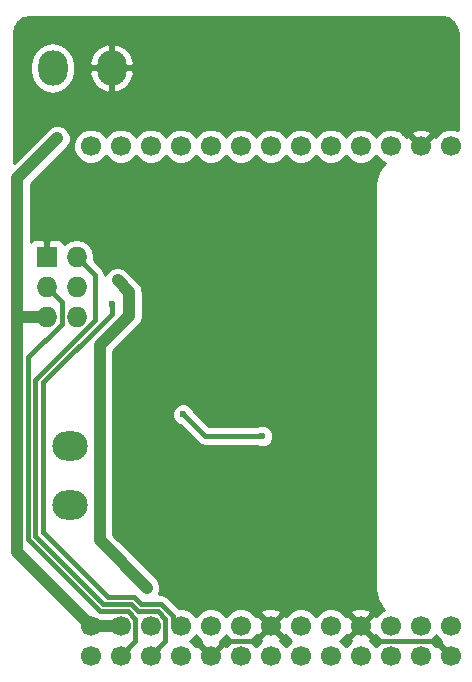
<source format=gbr>
G04 #@! TF.FileFunction,Copper,L2,Bot,Signal*
%FSLAX46Y46*%
G04 Gerber Fmt 4.6, Leading zero omitted, Abs format (unit mm)*
G04 Created by KiCad (PCBNEW 4.0.7-e2-6376~58~ubuntu16.04.1) date Fri Feb  1 18:55:09 2019*
%MOMM*%
%LPD*%
G01*
G04 APERTURE LIST*
%ADD10C,0.100000*%
%ADD11O,3.000000X2.500000*%
%ADD12O,2.500000X3.000000*%
%ADD13R,1.727200X1.727200*%
%ADD14O,1.727200X1.727200*%
%ADD15C,1.700000*%
%ADD16C,1.000000*%
%ADD17C,3.000000*%
%ADD18C,0.600000*%
%ADD19C,0.400000*%
%ADD20C,1.000000*%
%ADD21C,0.254000*%
G04 APERTURE END LIST*
D10*
D11*
X97000000Y-77000000D03*
X97000000Y-82000000D03*
D12*
X100500000Y-45000000D03*
X95500000Y-45000000D03*
D13*
X95000000Y-61000000D03*
D14*
X97540000Y-61000000D03*
X95000000Y-63540000D03*
X97540000Y-63540000D03*
X95000000Y-66080000D03*
X97540000Y-66080000D03*
D15*
X98722892Y-94771414D03*
X98722892Y-92231414D03*
X101262892Y-94771414D03*
X101262892Y-92231414D03*
X103802892Y-94771414D03*
X103802892Y-92231414D03*
X106342892Y-94771414D03*
X106342892Y-92231414D03*
X108882892Y-94771414D03*
X108882892Y-92231414D03*
X111422892Y-94771414D03*
X111422892Y-92231414D03*
X113962892Y-94771414D03*
X113962892Y-92231414D03*
X116502892Y-94771414D03*
X116502892Y-92231414D03*
X119042892Y-94771414D03*
X119042892Y-92231414D03*
X121582892Y-94771414D03*
X121582892Y-92231414D03*
X124122892Y-94771414D03*
X124122892Y-92231414D03*
X126662892Y-94771414D03*
X126662892Y-92231414D03*
X129202892Y-94771414D03*
X129202892Y-92231414D03*
X98748528Y-51634658D03*
X101288528Y-51634658D03*
X103828528Y-51634658D03*
X106368528Y-51634658D03*
X108908528Y-51634658D03*
X111448528Y-51634658D03*
X113988528Y-51634658D03*
X116528528Y-51634658D03*
X119068528Y-51634658D03*
X121608528Y-51634658D03*
X124148528Y-51634658D03*
X126688528Y-51634658D03*
X129228528Y-51634658D03*
D16*
X125048397Y-42123017D03*
D17*
X112000000Y-73000000D03*
D16*
X106000000Y-85000000D03*
X119500000Y-86400000D03*
X108000000Y-81500000D03*
X106000000Y-61000000D03*
X108000000Y-64500000D03*
X101500000Y-76000000D03*
X101500000Y-70000000D03*
X121500000Y-70000000D03*
X121500000Y-73000000D03*
X119500000Y-59000000D03*
X107300000Y-42700000D03*
X95884000Y-50968000D03*
X101000000Y-63000000D03*
X103500000Y-89000000D03*
D18*
X113260419Y-76188207D03*
X106552000Y-74336000D03*
X100500000Y-65000000D03*
D19*
X108882892Y-94771414D02*
X110132893Y-93521413D01*
X110132893Y-93521413D02*
X112672893Y-93521413D01*
X112672893Y-93521413D02*
X113112893Y-93081413D01*
X113112893Y-93081413D02*
X113962892Y-92231414D01*
X129202892Y-94771414D02*
X127952891Y-93521413D01*
X127952891Y-93521413D02*
X122872891Y-93521413D01*
X122872891Y-93521413D02*
X122432891Y-93081413D01*
X122432891Y-93081413D02*
X121582892Y-92231414D01*
D20*
X95884000Y-50968000D02*
X92500000Y-54352000D01*
X92500000Y-54352000D02*
X92500000Y-56681105D01*
X98722892Y-92231414D02*
X101262892Y-92231414D01*
X92500000Y-56681105D02*
X92500000Y-66000000D01*
X92500000Y-66000000D02*
X92500000Y-86008522D01*
X95000000Y-66080000D02*
X92580000Y-66080000D01*
X92580000Y-66080000D02*
X92500000Y-66000000D01*
X92500000Y-86008522D02*
X98722892Y-92231414D01*
X99500000Y-68500000D02*
X102000000Y-66000000D01*
X102000000Y-64000000D02*
X101000000Y-63000000D01*
X99500000Y-69000000D02*
X99500000Y-68500000D01*
X103500000Y-89000000D02*
X99500000Y-85000000D01*
X102000000Y-66000000D02*
X102000000Y-64000000D01*
X99500000Y-85000000D02*
X99500000Y-69000000D01*
D19*
X112836155Y-76188207D02*
X113260419Y-76188207D01*
X108404207Y-76188207D02*
X112836155Y-76188207D01*
X106552000Y-74336000D02*
X108404207Y-76188207D01*
X96263601Y-64803601D02*
X95863599Y-64403599D01*
X96263601Y-66686529D02*
X96263601Y-64803601D01*
X93440629Y-69509501D02*
X96263601Y-66686529D01*
X93440629Y-84877941D02*
X93440629Y-69509501D01*
X99544101Y-90981413D02*
X93440629Y-84877941D01*
X95863599Y-64403599D02*
X95000000Y-63540000D01*
X101862893Y-90981413D02*
X99544101Y-90981413D01*
X102512893Y-91631413D02*
X101862893Y-90981413D01*
X102512893Y-93521413D02*
X102512893Y-91631413D01*
X101262892Y-94771414D02*
X102512893Y-93521413D01*
X94040640Y-71449490D02*
X99115757Y-66374373D01*
X98403599Y-61863599D02*
X97540000Y-61000000D01*
X102111425Y-90381403D02*
X99792633Y-90381403D01*
X104402893Y-90981413D02*
X102711435Y-90981413D01*
X102711435Y-90981413D02*
X102111425Y-90381403D01*
X105052893Y-91631413D02*
X104402893Y-90981413D01*
X99115757Y-66374373D02*
X99115757Y-62575757D01*
X99115757Y-62575757D02*
X98403599Y-61863599D01*
X99792633Y-90381403D02*
X94040640Y-84629410D01*
X94040640Y-84629410D02*
X94040640Y-71449490D01*
X105052893Y-93521413D02*
X105052893Y-91631413D01*
X103802892Y-94771414D02*
X105052893Y-93521413D01*
X100153742Y-89781392D02*
X94702609Y-84330259D01*
X94702609Y-71636064D02*
X100500000Y-65838673D01*
X102359957Y-89781392D02*
X100153742Y-89781392D01*
X104651425Y-90381402D02*
X102959966Y-90381402D01*
X94702609Y-84330259D02*
X94702609Y-71636064D01*
X105652904Y-91382881D02*
X104651425Y-90381402D01*
X100500000Y-65838673D02*
X100500000Y-65000000D01*
X105652904Y-92231414D02*
X105652904Y-91382881D01*
X106342892Y-92231414D02*
X105652904Y-92231414D01*
X102959966Y-90381402D02*
X102359957Y-89781392D01*
D21*
G36*
X110163236Y-93071500D02*
X110580609Y-93489602D01*
X110608449Y-93501162D01*
X110582806Y-93511758D01*
X110164704Y-93929131D01*
X110144941Y-93976726D01*
X109926850Y-93907061D01*
X109062497Y-94771414D01*
X109076640Y-94785557D01*
X108897035Y-94965162D01*
X108882892Y-94951019D01*
X108868750Y-94965162D01*
X108689145Y-94785557D01*
X108703287Y-94771414D01*
X107838934Y-93907061D01*
X107621252Y-93976595D01*
X107602548Y-93931328D01*
X107185175Y-93513226D01*
X107157335Y-93501666D01*
X107182978Y-93491070D01*
X107601080Y-93073697D01*
X107612640Y-93045857D01*
X107623236Y-93071500D01*
X108040609Y-93489602D01*
X108088204Y-93509365D01*
X108018539Y-93727456D01*
X108882892Y-94591809D01*
X109747245Y-93727456D01*
X109677711Y-93509774D01*
X109722978Y-93491070D01*
X110141080Y-93073697D01*
X110152640Y-93045857D01*
X110163236Y-93071500D01*
X110163236Y-93071500D01*
G37*
X110163236Y-93071500D02*
X110580609Y-93489602D01*
X110608449Y-93501162D01*
X110582806Y-93511758D01*
X110164704Y-93929131D01*
X110144941Y-93976726D01*
X109926850Y-93907061D01*
X109062497Y-94771414D01*
X109076640Y-94785557D01*
X108897035Y-94965162D01*
X108882892Y-94951019D01*
X108868750Y-94965162D01*
X108689145Y-94785557D01*
X108703287Y-94771414D01*
X107838934Y-93907061D01*
X107621252Y-93976595D01*
X107602548Y-93931328D01*
X107185175Y-93513226D01*
X107157335Y-93501666D01*
X107182978Y-93491070D01*
X107601080Y-93073697D01*
X107612640Y-93045857D01*
X107623236Y-93071500D01*
X108040609Y-93489602D01*
X108088204Y-93509365D01*
X108018539Y-93727456D01*
X108882892Y-94591809D01*
X109747245Y-93727456D01*
X109677711Y-93509774D01*
X109722978Y-93491070D01*
X110141080Y-93073697D01*
X110152640Y-93045857D01*
X110163236Y-93071500D01*
G36*
X127943236Y-93071500D02*
X128360609Y-93489602D01*
X128408204Y-93509365D01*
X128338539Y-93727456D01*
X129202892Y-94591809D01*
X129217035Y-94577667D01*
X129396640Y-94757272D01*
X129382497Y-94771414D01*
X129396640Y-94785557D01*
X129217035Y-94965162D01*
X129202892Y-94951019D01*
X129188750Y-94965162D01*
X129009145Y-94785557D01*
X129023287Y-94771414D01*
X128158934Y-93907061D01*
X127941252Y-93976595D01*
X127922548Y-93931328D01*
X127505175Y-93513226D01*
X127477335Y-93501666D01*
X127502978Y-93491070D01*
X127921080Y-93073697D01*
X127932640Y-93045857D01*
X127943236Y-93071500D01*
X127943236Y-93071500D01*
G37*
X127943236Y-93071500D02*
X128360609Y-93489602D01*
X128408204Y-93509365D01*
X128338539Y-93727456D01*
X129202892Y-94591809D01*
X129217035Y-94577667D01*
X129396640Y-94757272D01*
X129382497Y-94771414D01*
X129396640Y-94785557D01*
X129217035Y-94965162D01*
X129202892Y-94951019D01*
X129188750Y-94965162D01*
X129009145Y-94785557D01*
X129023287Y-94771414D01*
X128158934Y-93907061D01*
X127941252Y-93976595D01*
X127922548Y-93931328D01*
X127505175Y-93513226D01*
X127477335Y-93501666D01*
X127502978Y-93491070D01*
X127921080Y-93073697D01*
X127932640Y-93045857D01*
X127943236Y-93071500D01*
G36*
X128988338Y-40821046D02*
X129402333Y-41097669D01*
X129678953Y-41511660D01*
X129790000Y-42069931D01*
X129790000Y-50259867D01*
X129525209Y-50149916D01*
X128934439Y-50149401D01*
X128388442Y-50375002D01*
X127970340Y-50792375D01*
X127950577Y-50839970D01*
X127732486Y-50770305D01*
X126868133Y-51634658D01*
X126882276Y-51648801D01*
X126702671Y-51828406D01*
X126688528Y-51814263D01*
X126674386Y-51828406D01*
X126494781Y-51648801D01*
X126508923Y-51634658D01*
X125644570Y-50770305D01*
X125426888Y-50839839D01*
X125408184Y-50794572D01*
X125204668Y-50590700D01*
X125824175Y-50590700D01*
X126688528Y-51455053D01*
X127552881Y-50590700D01*
X127472608Y-50339399D01*
X126917249Y-50137940D01*
X126327070Y-50164343D01*
X125904448Y-50339399D01*
X125824175Y-50590700D01*
X125204668Y-50590700D01*
X124990811Y-50376470D01*
X124445209Y-50149916D01*
X123854439Y-50149401D01*
X123308442Y-50375002D01*
X122890340Y-50792375D01*
X122878780Y-50820215D01*
X122868184Y-50794572D01*
X122450811Y-50376470D01*
X121905209Y-50149916D01*
X121314439Y-50149401D01*
X120768442Y-50375002D01*
X120350340Y-50792375D01*
X120338780Y-50820215D01*
X120328184Y-50794572D01*
X119910811Y-50376470D01*
X119365209Y-50149916D01*
X118774439Y-50149401D01*
X118228442Y-50375002D01*
X117810340Y-50792375D01*
X117798780Y-50820215D01*
X117788184Y-50794572D01*
X117370811Y-50376470D01*
X116825209Y-50149916D01*
X116234439Y-50149401D01*
X115688442Y-50375002D01*
X115270340Y-50792375D01*
X115258780Y-50820215D01*
X115248184Y-50794572D01*
X114830811Y-50376470D01*
X114285209Y-50149916D01*
X113694439Y-50149401D01*
X113148442Y-50375002D01*
X112730340Y-50792375D01*
X112718780Y-50820215D01*
X112708184Y-50794572D01*
X112290811Y-50376470D01*
X111745209Y-50149916D01*
X111154439Y-50149401D01*
X110608442Y-50375002D01*
X110190340Y-50792375D01*
X110178780Y-50820215D01*
X110168184Y-50794572D01*
X109750811Y-50376470D01*
X109205209Y-50149916D01*
X108614439Y-50149401D01*
X108068442Y-50375002D01*
X107650340Y-50792375D01*
X107638780Y-50820215D01*
X107628184Y-50794572D01*
X107210811Y-50376470D01*
X106665209Y-50149916D01*
X106074439Y-50149401D01*
X105528442Y-50375002D01*
X105110340Y-50792375D01*
X105098780Y-50820215D01*
X105088184Y-50794572D01*
X104670811Y-50376470D01*
X104125209Y-50149916D01*
X103534439Y-50149401D01*
X102988442Y-50375002D01*
X102570340Y-50792375D01*
X102558780Y-50820215D01*
X102548184Y-50794572D01*
X102130811Y-50376470D01*
X101585209Y-50149916D01*
X100994439Y-50149401D01*
X100448442Y-50375002D01*
X100030340Y-50792375D01*
X100018780Y-50820215D01*
X100008184Y-50794572D01*
X99590811Y-50376470D01*
X99045209Y-50149916D01*
X98454439Y-50149401D01*
X97908442Y-50375002D01*
X97490340Y-50792375D01*
X97263786Y-51337977D01*
X97263271Y-51928747D01*
X97488872Y-52474744D01*
X97906245Y-52892846D01*
X98451847Y-53119400D01*
X99042617Y-53119915D01*
X99588614Y-52894314D01*
X100006716Y-52476941D01*
X100018276Y-52449101D01*
X100028872Y-52474744D01*
X100446245Y-52892846D01*
X100991847Y-53119400D01*
X101582617Y-53119915D01*
X102128614Y-52894314D01*
X102546716Y-52476941D01*
X102558276Y-52449101D01*
X102568872Y-52474744D01*
X102986245Y-52892846D01*
X103531847Y-53119400D01*
X104122617Y-53119915D01*
X104668614Y-52894314D01*
X105086716Y-52476941D01*
X105098276Y-52449101D01*
X105108872Y-52474744D01*
X105526245Y-52892846D01*
X106071847Y-53119400D01*
X106662617Y-53119915D01*
X107208614Y-52894314D01*
X107626716Y-52476941D01*
X107638276Y-52449101D01*
X107648872Y-52474744D01*
X108066245Y-52892846D01*
X108611847Y-53119400D01*
X109202617Y-53119915D01*
X109748614Y-52894314D01*
X110166716Y-52476941D01*
X110178276Y-52449101D01*
X110188872Y-52474744D01*
X110606245Y-52892846D01*
X111151847Y-53119400D01*
X111742617Y-53119915D01*
X112288614Y-52894314D01*
X112706716Y-52476941D01*
X112718276Y-52449101D01*
X112728872Y-52474744D01*
X113146245Y-52892846D01*
X113691847Y-53119400D01*
X114282617Y-53119915D01*
X114828614Y-52894314D01*
X115246716Y-52476941D01*
X115258276Y-52449101D01*
X115268872Y-52474744D01*
X115686245Y-52892846D01*
X116231847Y-53119400D01*
X116822617Y-53119915D01*
X117368614Y-52894314D01*
X117786716Y-52476941D01*
X117798276Y-52449101D01*
X117808872Y-52474744D01*
X118226245Y-52892846D01*
X118771847Y-53119400D01*
X119362617Y-53119915D01*
X119908614Y-52894314D01*
X120326716Y-52476941D01*
X120338276Y-52449101D01*
X120348872Y-52474744D01*
X120766245Y-52892846D01*
X121311847Y-53119400D01*
X121902617Y-53119915D01*
X122448614Y-52894314D01*
X122866716Y-52476941D01*
X122878276Y-52449101D01*
X122888872Y-52474744D01*
X123306245Y-52892846D01*
X123650840Y-53035934D01*
X123495442Y-53191332D01*
X123061897Y-53840179D01*
X123029806Y-53917654D01*
X122955883Y-54096119D01*
X122803642Y-54861486D01*
X122803642Y-54931416D01*
X122790000Y-55000000D01*
X122790000Y-89000000D01*
X122803642Y-89068584D01*
X122803642Y-89138514D01*
X122955883Y-89903881D01*
X122979810Y-89961645D01*
X123061897Y-90159821D01*
X123495442Y-90808668D01*
X123548677Y-90861903D01*
X123282806Y-90971758D01*
X122864704Y-91389131D01*
X122844941Y-91436726D01*
X122626850Y-91367061D01*
X121762497Y-92231414D01*
X122626850Y-93095767D01*
X122844532Y-93026233D01*
X122863236Y-93071500D01*
X123280609Y-93489602D01*
X123308449Y-93501162D01*
X123282806Y-93511758D01*
X122864704Y-93929131D01*
X122853144Y-93956971D01*
X122842548Y-93931328D01*
X122425175Y-93513226D01*
X122377580Y-93493463D01*
X122447245Y-93275372D01*
X121582892Y-92411019D01*
X120718539Y-93275372D01*
X120788073Y-93493054D01*
X120742806Y-93511758D01*
X120324704Y-93929131D01*
X120313144Y-93956971D01*
X120302548Y-93931328D01*
X119885175Y-93513226D01*
X119857335Y-93501666D01*
X119882978Y-93491070D01*
X120301080Y-93073697D01*
X120320843Y-93026102D01*
X120538934Y-93095767D01*
X121403287Y-92231414D01*
X120538934Y-91367061D01*
X120321252Y-91436595D01*
X120302548Y-91391328D01*
X120099032Y-91187456D01*
X120718539Y-91187456D01*
X121582892Y-92051809D01*
X122447245Y-91187456D01*
X122366972Y-90936155D01*
X121811613Y-90734696D01*
X121221434Y-90761099D01*
X120798812Y-90936155D01*
X120718539Y-91187456D01*
X120099032Y-91187456D01*
X119885175Y-90973226D01*
X119339573Y-90746672D01*
X118748803Y-90746157D01*
X118202806Y-90971758D01*
X117784704Y-91389131D01*
X117773144Y-91416971D01*
X117762548Y-91391328D01*
X117345175Y-90973226D01*
X116799573Y-90746672D01*
X116208803Y-90746157D01*
X115662806Y-90971758D01*
X115244704Y-91389131D01*
X115224941Y-91436726D01*
X115006850Y-91367061D01*
X114142497Y-92231414D01*
X115006850Y-93095767D01*
X115224532Y-93026233D01*
X115243236Y-93071500D01*
X115660609Y-93489602D01*
X115688449Y-93501162D01*
X115662806Y-93511758D01*
X115244704Y-93929131D01*
X115233144Y-93956971D01*
X115222548Y-93931328D01*
X114805175Y-93513226D01*
X114757580Y-93493463D01*
X114827245Y-93275372D01*
X113962892Y-92411019D01*
X113098539Y-93275372D01*
X113168073Y-93493054D01*
X113122806Y-93511758D01*
X112704704Y-93929131D01*
X112693144Y-93956971D01*
X112682548Y-93931328D01*
X112265175Y-93513226D01*
X112237335Y-93501666D01*
X112262978Y-93491070D01*
X112681080Y-93073697D01*
X112700843Y-93026102D01*
X112918934Y-93095767D01*
X113783287Y-92231414D01*
X112918934Y-91367061D01*
X112701252Y-91436595D01*
X112682548Y-91391328D01*
X112479032Y-91187456D01*
X113098539Y-91187456D01*
X113962892Y-92051809D01*
X114827245Y-91187456D01*
X114746972Y-90936155D01*
X114191613Y-90734696D01*
X113601434Y-90761099D01*
X113178812Y-90936155D01*
X113098539Y-91187456D01*
X112479032Y-91187456D01*
X112265175Y-90973226D01*
X111719573Y-90746672D01*
X111128803Y-90746157D01*
X110582806Y-90971758D01*
X110164704Y-91389131D01*
X110153144Y-91416971D01*
X110142548Y-91391328D01*
X109725175Y-90973226D01*
X109179573Y-90746672D01*
X108588803Y-90746157D01*
X108042806Y-90971758D01*
X107624704Y-91389131D01*
X107613144Y-91416971D01*
X107602548Y-91391328D01*
X107185175Y-90973226D01*
X106639573Y-90746672D01*
X106197177Y-90746286D01*
X105241859Y-89790968D01*
X104970966Y-89609963D01*
X104651425Y-89546402D01*
X104502074Y-89546402D01*
X104634803Y-89226756D01*
X104635197Y-88775225D01*
X104462767Y-88357914D01*
X104143765Y-88038355D01*
X104143290Y-88038158D01*
X100635000Y-84529868D01*
X100635000Y-74521167D01*
X105616838Y-74521167D01*
X105758883Y-74864943D01*
X106021673Y-75128192D01*
X106263910Y-75228778D01*
X107813773Y-76778641D01*
X108084666Y-76959646D01*
X108404207Y-77023207D01*
X112833185Y-77023207D01*
X113073620Y-77123045D01*
X113445586Y-77123369D01*
X113789362Y-76981324D01*
X114052611Y-76718534D01*
X114195257Y-76375006D01*
X114195581Y-76003040D01*
X114053536Y-75659264D01*
X113790746Y-75396015D01*
X113447218Y-75253369D01*
X113075252Y-75253045D01*
X112832841Y-75353207D01*
X108750075Y-75353207D01*
X107444535Y-74047667D01*
X107345117Y-73807057D01*
X107082327Y-73543808D01*
X106738799Y-73401162D01*
X106366833Y-73400838D01*
X106023057Y-73542883D01*
X105759808Y-73805673D01*
X105617162Y-74149201D01*
X105616838Y-74521167D01*
X100635000Y-74521167D01*
X100635000Y-68970132D01*
X102802566Y-66802566D01*
X102875165Y-66693914D01*
X103048603Y-66434346D01*
X103135000Y-66000000D01*
X103135000Y-64000000D01*
X103095728Y-63802566D01*
X103048604Y-63565655D01*
X102802567Y-63197434D01*
X101802979Y-62197847D01*
X101643765Y-62038355D01*
X101226756Y-61865197D01*
X100775225Y-61864803D01*
X100357914Y-62037233D01*
X100038355Y-62356235D01*
X99949605Y-62569967D01*
X99941249Y-62527959D01*
X99887197Y-62256217D01*
X99706192Y-61985323D01*
X98994033Y-61273165D01*
X98990756Y-61269888D01*
X99038600Y-61029359D01*
X99038600Y-60970641D01*
X98924526Y-60397152D01*
X98599670Y-59910971D01*
X98113489Y-59586115D01*
X97540000Y-59472041D01*
X96966511Y-59586115D01*
X96480330Y-59910971D01*
X96466263Y-59932023D01*
X96401927Y-59776702D01*
X96223299Y-59598073D01*
X95989910Y-59501400D01*
X95285750Y-59501400D01*
X95127000Y-59660150D01*
X95127000Y-60873000D01*
X95147000Y-60873000D01*
X95147000Y-61127000D01*
X95127000Y-61127000D01*
X95127000Y-61147000D01*
X94873000Y-61147000D01*
X94873000Y-61127000D01*
X94853000Y-61127000D01*
X94853000Y-60873000D01*
X94873000Y-60873000D01*
X94873000Y-59660150D01*
X94714250Y-59501400D01*
X94010090Y-59501400D01*
X93776701Y-59598073D01*
X93635000Y-59739775D01*
X93635000Y-54822132D01*
X96686152Y-51770980D01*
X96845645Y-51611765D01*
X97018803Y-51194756D01*
X97019197Y-50743225D01*
X96846767Y-50325914D01*
X96527765Y-50006355D01*
X96318347Y-49919397D01*
X96318346Y-49919396D01*
X96318345Y-49919396D01*
X96110756Y-49833197D01*
X95659225Y-49832803D01*
X95241914Y-50005233D01*
X94922355Y-50324235D01*
X94922158Y-50324710D01*
X92210000Y-53036868D01*
X92210000Y-44708173D01*
X93615000Y-44708173D01*
X93615000Y-45291827D01*
X93758487Y-46013185D01*
X94167104Y-46624723D01*
X94778642Y-47033340D01*
X95500000Y-47176827D01*
X96221358Y-47033340D01*
X96832896Y-46624723D01*
X97241513Y-46013185D01*
X97358701Y-45424040D01*
X98614885Y-45424040D01*
X98824983Y-46132194D01*
X99290087Y-46706042D01*
X99939389Y-47058221D01*
X100080355Y-47087695D01*
X100373000Y-46971572D01*
X100373000Y-45127000D01*
X100627000Y-45127000D01*
X100627000Y-46971572D01*
X100919645Y-47087695D01*
X101060611Y-47058221D01*
X101709913Y-46706042D01*
X102175017Y-46132194D01*
X102385115Y-45424040D01*
X102230382Y-45127000D01*
X100627000Y-45127000D01*
X100373000Y-45127000D01*
X98769618Y-45127000D01*
X98614885Y-45424040D01*
X97358701Y-45424040D01*
X97385000Y-45291827D01*
X97385000Y-44708173D01*
X97358702Y-44575960D01*
X98614885Y-44575960D01*
X98769618Y-44873000D01*
X100373000Y-44873000D01*
X100373000Y-43028428D01*
X100627000Y-43028428D01*
X100627000Y-44873000D01*
X102230382Y-44873000D01*
X102385115Y-44575960D01*
X102175017Y-43867806D01*
X101709913Y-43293958D01*
X101060611Y-42941779D01*
X100919645Y-42912305D01*
X100627000Y-43028428D01*
X100373000Y-43028428D01*
X100080355Y-42912305D01*
X99939389Y-42941779D01*
X99290087Y-43293958D01*
X98824983Y-43867806D01*
X98614885Y-44575960D01*
X97358702Y-44575960D01*
X97241513Y-43986815D01*
X96832896Y-43375277D01*
X96221358Y-42966660D01*
X95500000Y-42823173D01*
X94778642Y-42966660D01*
X94167104Y-43375277D01*
X93758487Y-43986815D01*
X93615000Y-44708173D01*
X92210000Y-44708173D01*
X92210000Y-42069931D01*
X92321046Y-41511662D01*
X92597669Y-41097667D01*
X93011660Y-40821047D01*
X93569931Y-40710000D01*
X128430069Y-40710000D01*
X128988338Y-40821046D01*
X128988338Y-40821046D01*
G37*
X128988338Y-40821046D02*
X129402333Y-41097669D01*
X129678953Y-41511660D01*
X129790000Y-42069931D01*
X129790000Y-50259867D01*
X129525209Y-50149916D01*
X128934439Y-50149401D01*
X128388442Y-50375002D01*
X127970340Y-50792375D01*
X127950577Y-50839970D01*
X127732486Y-50770305D01*
X126868133Y-51634658D01*
X126882276Y-51648801D01*
X126702671Y-51828406D01*
X126688528Y-51814263D01*
X126674386Y-51828406D01*
X126494781Y-51648801D01*
X126508923Y-51634658D01*
X125644570Y-50770305D01*
X125426888Y-50839839D01*
X125408184Y-50794572D01*
X125204668Y-50590700D01*
X125824175Y-50590700D01*
X126688528Y-51455053D01*
X127552881Y-50590700D01*
X127472608Y-50339399D01*
X126917249Y-50137940D01*
X126327070Y-50164343D01*
X125904448Y-50339399D01*
X125824175Y-50590700D01*
X125204668Y-50590700D01*
X124990811Y-50376470D01*
X124445209Y-50149916D01*
X123854439Y-50149401D01*
X123308442Y-50375002D01*
X122890340Y-50792375D01*
X122878780Y-50820215D01*
X122868184Y-50794572D01*
X122450811Y-50376470D01*
X121905209Y-50149916D01*
X121314439Y-50149401D01*
X120768442Y-50375002D01*
X120350340Y-50792375D01*
X120338780Y-50820215D01*
X120328184Y-50794572D01*
X119910811Y-50376470D01*
X119365209Y-50149916D01*
X118774439Y-50149401D01*
X118228442Y-50375002D01*
X117810340Y-50792375D01*
X117798780Y-50820215D01*
X117788184Y-50794572D01*
X117370811Y-50376470D01*
X116825209Y-50149916D01*
X116234439Y-50149401D01*
X115688442Y-50375002D01*
X115270340Y-50792375D01*
X115258780Y-50820215D01*
X115248184Y-50794572D01*
X114830811Y-50376470D01*
X114285209Y-50149916D01*
X113694439Y-50149401D01*
X113148442Y-50375002D01*
X112730340Y-50792375D01*
X112718780Y-50820215D01*
X112708184Y-50794572D01*
X112290811Y-50376470D01*
X111745209Y-50149916D01*
X111154439Y-50149401D01*
X110608442Y-50375002D01*
X110190340Y-50792375D01*
X110178780Y-50820215D01*
X110168184Y-50794572D01*
X109750811Y-50376470D01*
X109205209Y-50149916D01*
X108614439Y-50149401D01*
X108068442Y-50375002D01*
X107650340Y-50792375D01*
X107638780Y-50820215D01*
X107628184Y-50794572D01*
X107210811Y-50376470D01*
X106665209Y-50149916D01*
X106074439Y-50149401D01*
X105528442Y-50375002D01*
X105110340Y-50792375D01*
X105098780Y-50820215D01*
X105088184Y-50794572D01*
X104670811Y-50376470D01*
X104125209Y-50149916D01*
X103534439Y-50149401D01*
X102988442Y-50375002D01*
X102570340Y-50792375D01*
X102558780Y-50820215D01*
X102548184Y-50794572D01*
X102130811Y-50376470D01*
X101585209Y-50149916D01*
X100994439Y-50149401D01*
X100448442Y-50375002D01*
X100030340Y-50792375D01*
X100018780Y-50820215D01*
X100008184Y-50794572D01*
X99590811Y-50376470D01*
X99045209Y-50149916D01*
X98454439Y-50149401D01*
X97908442Y-50375002D01*
X97490340Y-50792375D01*
X97263786Y-51337977D01*
X97263271Y-51928747D01*
X97488872Y-52474744D01*
X97906245Y-52892846D01*
X98451847Y-53119400D01*
X99042617Y-53119915D01*
X99588614Y-52894314D01*
X100006716Y-52476941D01*
X100018276Y-52449101D01*
X100028872Y-52474744D01*
X100446245Y-52892846D01*
X100991847Y-53119400D01*
X101582617Y-53119915D01*
X102128614Y-52894314D01*
X102546716Y-52476941D01*
X102558276Y-52449101D01*
X102568872Y-52474744D01*
X102986245Y-52892846D01*
X103531847Y-53119400D01*
X104122617Y-53119915D01*
X104668614Y-52894314D01*
X105086716Y-52476941D01*
X105098276Y-52449101D01*
X105108872Y-52474744D01*
X105526245Y-52892846D01*
X106071847Y-53119400D01*
X106662617Y-53119915D01*
X107208614Y-52894314D01*
X107626716Y-52476941D01*
X107638276Y-52449101D01*
X107648872Y-52474744D01*
X108066245Y-52892846D01*
X108611847Y-53119400D01*
X109202617Y-53119915D01*
X109748614Y-52894314D01*
X110166716Y-52476941D01*
X110178276Y-52449101D01*
X110188872Y-52474744D01*
X110606245Y-52892846D01*
X111151847Y-53119400D01*
X111742617Y-53119915D01*
X112288614Y-52894314D01*
X112706716Y-52476941D01*
X112718276Y-52449101D01*
X112728872Y-52474744D01*
X113146245Y-52892846D01*
X113691847Y-53119400D01*
X114282617Y-53119915D01*
X114828614Y-52894314D01*
X115246716Y-52476941D01*
X115258276Y-52449101D01*
X115268872Y-52474744D01*
X115686245Y-52892846D01*
X116231847Y-53119400D01*
X116822617Y-53119915D01*
X117368614Y-52894314D01*
X117786716Y-52476941D01*
X117798276Y-52449101D01*
X117808872Y-52474744D01*
X118226245Y-52892846D01*
X118771847Y-53119400D01*
X119362617Y-53119915D01*
X119908614Y-52894314D01*
X120326716Y-52476941D01*
X120338276Y-52449101D01*
X120348872Y-52474744D01*
X120766245Y-52892846D01*
X121311847Y-53119400D01*
X121902617Y-53119915D01*
X122448614Y-52894314D01*
X122866716Y-52476941D01*
X122878276Y-52449101D01*
X122888872Y-52474744D01*
X123306245Y-52892846D01*
X123650840Y-53035934D01*
X123495442Y-53191332D01*
X123061897Y-53840179D01*
X123029806Y-53917654D01*
X122955883Y-54096119D01*
X122803642Y-54861486D01*
X122803642Y-54931416D01*
X122790000Y-55000000D01*
X122790000Y-89000000D01*
X122803642Y-89068584D01*
X122803642Y-89138514D01*
X122955883Y-89903881D01*
X122979810Y-89961645D01*
X123061897Y-90159821D01*
X123495442Y-90808668D01*
X123548677Y-90861903D01*
X123282806Y-90971758D01*
X122864704Y-91389131D01*
X122844941Y-91436726D01*
X122626850Y-91367061D01*
X121762497Y-92231414D01*
X122626850Y-93095767D01*
X122844532Y-93026233D01*
X122863236Y-93071500D01*
X123280609Y-93489602D01*
X123308449Y-93501162D01*
X123282806Y-93511758D01*
X122864704Y-93929131D01*
X122853144Y-93956971D01*
X122842548Y-93931328D01*
X122425175Y-93513226D01*
X122377580Y-93493463D01*
X122447245Y-93275372D01*
X121582892Y-92411019D01*
X120718539Y-93275372D01*
X120788073Y-93493054D01*
X120742806Y-93511758D01*
X120324704Y-93929131D01*
X120313144Y-93956971D01*
X120302548Y-93931328D01*
X119885175Y-93513226D01*
X119857335Y-93501666D01*
X119882978Y-93491070D01*
X120301080Y-93073697D01*
X120320843Y-93026102D01*
X120538934Y-93095767D01*
X121403287Y-92231414D01*
X120538934Y-91367061D01*
X120321252Y-91436595D01*
X120302548Y-91391328D01*
X120099032Y-91187456D01*
X120718539Y-91187456D01*
X121582892Y-92051809D01*
X122447245Y-91187456D01*
X122366972Y-90936155D01*
X121811613Y-90734696D01*
X121221434Y-90761099D01*
X120798812Y-90936155D01*
X120718539Y-91187456D01*
X120099032Y-91187456D01*
X119885175Y-90973226D01*
X119339573Y-90746672D01*
X118748803Y-90746157D01*
X118202806Y-90971758D01*
X117784704Y-91389131D01*
X117773144Y-91416971D01*
X117762548Y-91391328D01*
X117345175Y-90973226D01*
X116799573Y-90746672D01*
X116208803Y-90746157D01*
X115662806Y-90971758D01*
X115244704Y-91389131D01*
X115224941Y-91436726D01*
X115006850Y-91367061D01*
X114142497Y-92231414D01*
X115006850Y-93095767D01*
X115224532Y-93026233D01*
X115243236Y-93071500D01*
X115660609Y-93489602D01*
X115688449Y-93501162D01*
X115662806Y-93511758D01*
X115244704Y-93929131D01*
X115233144Y-93956971D01*
X115222548Y-93931328D01*
X114805175Y-93513226D01*
X114757580Y-93493463D01*
X114827245Y-93275372D01*
X113962892Y-92411019D01*
X113098539Y-93275372D01*
X113168073Y-93493054D01*
X113122806Y-93511758D01*
X112704704Y-93929131D01*
X112693144Y-93956971D01*
X112682548Y-93931328D01*
X112265175Y-93513226D01*
X112237335Y-93501666D01*
X112262978Y-93491070D01*
X112681080Y-93073697D01*
X112700843Y-93026102D01*
X112918934Y-93095767D01*
X113783287Y-92231414D01*
X112918934Y-91367061D01*
X112701252Y-91436595D01*
X112682548Y-91391328D01*
X112479032Y-91187456D01*
X113098539Y-91187456D01*
X113962892Y-92051809D01*
X114827245Y-91187456D01*
X114746972Y-90936155D01*
X114191613Y-90734696D01*
X113601434Y-90761099D01*
X113178812Y-90936155D01*
X113098539Y-91187456D01*
X112479032Y-91187456D01*
X112265175Y-90973226D01*
X111719573Y-90746672D01*
X111128803Y-90746157D01*
X110582806Y-90971758D01*
X110164704Y-91389131D01*
X110153144Y-91416971D01*
X110142548Y-91391328D01*
X109725175Y-90973226D01*
X109179573Y-90746672D01*
X108588803Y-90746157D01*
X108042806Y-90971758D01*
X107624704Y-91389131D01*
X107613144Y-91416971D01*
X107602548Y-91391328D01*
X107185175Y-90973226D01*
X106639573Y-90746672D01*
X106197177Y-90746286D01*
X105241859Y-89790968D01*
X104970966Y-89609963D01*
X104651425Y-89546402D01*
X104502074Y-89546402D01*
X104634803Y-89226756D01*
X104635197Y-88775225D01*
X104462767Y-88357914D01*
X104143765Y-88038355D01*
X104143290Y-88038158D01*
X100635000Y-84529868D01*
X100635000Y-74521167D01*
X105616838Y-74521167D01*
X105758883Y-74864943D01*
X106021673Y-75128192D01*
X106263910Y-75228778D01*
X107813773Y-76778641D01*
X108084666Y-76959646D01*
X108404207Y-77023207D01*
X112833185Y-77023207D01*
X113073620Y-77123045D01*
X113445586Y-77123369D01*
X113789362Y-76981324D01*
X114052611Y-76718534D01*
X114195257Y-76375006D01*
X114195581Y-76003040D01*
X114053536Y-75659264D01*
X113790746Y-75396015D01*
X113447218Y-75253369D01*
X113075252Y-75253045D01*
X112832841Y-75353207D01*
X108750075Y-75353207D01*
X107444535Y-74047667D01*
X107345117Y-73807057D01*
X107082327Y-73543808D01*
X106738799Y-73401162D01*
X106366833Y-73400838D01*
X106023057Y-73542883D01*
X105759808Y-73805673D01*
X105617162Y-74149201D01*
X105616838Y-74521167D01*
X100635000Y-74521167D01*
X100635000Y-68970132D01*
X102802566Y-66802566D01*
X102875165Y-66693914D01*
X103048603Y-66434346D01*
X103135000Y-66000000D01*
X103135000Y-64000000D01*
X103095728Y-63802566D01*
X103048604Y-63565655D01*
X102802567Y-63197434D01*
X101802979Y-62197847D01*
X101643765Y-62038355D01*
X101226756Y-61865197D01*
X100775225Y-61864803D01*
X100357914Y-62037233D01*
X100038355Y-62356235D01*
X99949605Y-62569967D01*
X99941249Y-62527959D01*
X99887197Y-62256217D01*
X99706192Y-61985323D01*
X98994033Y-61273165D01*
X98990756Y-61269888D01*
X99038600Y-61029359D01*
X99038600Y-60970641D01*
X98924526Y-60397152D01*
X98599670Y-59910971D01*
X98113489Y-59586115D01*
X97540000Y-59472041D01*
X96966511Y-59586115D01*
X96480330Y-59910971D01*
X96466263Y-59932023D01*
X96401927Y-59776702D01*
X96223299Y-59598073D01*
X95989910Y-59501400D01*
X95285750Y-59501400D01*
X95127000Y-59660150D01*
X95127000Y-60873000D01*
X95147000Y-60873000D01*
X95147000Y-61127000D01*
X95127000Y-61127000D01*
X95127000Y-61147000D01*
X94873000Y-61147000D01*
X94873000Y-61127000D01*
X94853000Y-61127000D01*
X94853000Y-60873000D01*
X94873000Y-60873000D01*
X94873000Y-59660150D01*
X94714250Y-59501400D01*
X94010090Y-59501400D01*
X93776701Y-59598073D01*
X93635000Y-59739775D01*
X93635000Y-54822132D01*
X96686152Y-51770980D01*
X96845645Y-51611765D01*
X97018803Y-51194756D01*
X97019197Y-50743225D01*
X96846767Y-50325914D01*
X96527765Y-50006355D01*
X96318347Y-49919397D01*
X96318346Y-49919396D01*
X96318345Y-49919396D01*
X96110756Y-49833197D01*
X95659225Y-49832803D01*
X95241914Y-50005233D01*
X94922355Y-50324235D01*
X94922158Y-50324710D01*
X92210000Y-53036868D01*
X92210000Y-44708173D01*
X93615000Y-44708173D01*
X93615000Y-45291827D01*
X93758487Y-46013185D01*
X94167104Y-46624723D01*
X94778642Y-47033340D01*
X95500000Y-47176827D01*
X96221358Y-47033340D01*
X96832896Y-46624723D01*
X97241513Y-46013185D01*
X97358701Y-45424040D01*
X98614885Y-45424040D01*
X98824983Y-46132194D01*
X99290087Y-46706042D01*
X99939389Y-47058221D01*
X100080355Y-47087695D01*
X100373000Y-46971572D01*
X100373000Y-45127000D01*
X100627000Y-45127000D01*
X100627000Y-46971572D01*
X100919645Y-47087695D01*
X101060611Y-47058221D01*
X101709913Y-46706042D01*
X102175017Y-46132194D01*
X102385115Y-45424040D01*
X102230382Y-45127000D01*
X100627000Y-45127000D01*
X100373000Y-45127000D01*
X98769618Y-45127000D01*
X98614885Y-45424040D01*
X97358701Y-45424040D01*
X97385000Y-45291827D01*
X97385000Y-44708173D01*
X97358702Y-44575960D01*
X98614885Y-44575960D01*
X98769618Y-44873000D01*
X100373000Y-44873000D01*
X100373000Y-43028428D01*
X100627000Y-43028428D01*
X100627000Y-44873000D01*
X102230382Y-44873000D01*
X102385115Y-44575960D01*
X102175017Y-43867806D01*
X101709913Y-43293958D01*
X101060611Y-42941779D01*
X100919645Y-42912305D01*
X100627000Y-43028428D01*
X100373000Y-43028428D01*
X100080355Y-42912305D01*
X99939389Y-42941779D01*
X99290087Y-43293958D01*
X98824983Y-43867806D01*
X98614885Y-44575960D01*
X97358702Y-44575960D01*
X97241513Y-43986815D01*
X96832896Y-43375277D01*
X96221358Y-42966660D01*
X95500000Y-42823173D01*
X94778642Y-42966660D01*
X94167104Y-43375277D01*
X93758487Y-43986815D01*
X93615000Y-44708173D01*
X92210000Y-44708173D01*
X92210000Y-42069931D01*
X92321046Y-41511662D01*
X92597669Y-41097667D01*
X93011660Y-40821047D01*
X93569931Y-40710000D01*
X128430069Y-40710000D01*
X128988338Y-40821046D01*
G36*
X103996640Y-92217272D02*
X103982497Y-92231414D01*
X103996640Y-92245557D01*
X103817035Y-92425162D01*
X103802892Y-92411019D01*
X103788750Y-92425162D01*
X103609145Y-92245557D01*
X103623287Y-92231414D01*
X103609145Y-92217272D01*
X103788750Y-92037667D01*
X103802892Y-92051809D01*
X103817035Y-92037667D01*
X103996640Y-92217272D01*
X103996640Y-92217272D01*
G37*
X103996640Y-92217272D02*
X103982497Y-92231414D01*
X103996640Y-92245557D01*
X103817035Y-92425162D01*
X103802892Y-92411019D01*
X103788750Y-92425162D01*
X103609145Y-92245557D01*
X103623287Y-92231414D01*
X103609145Y-92217272D01*
X103788750Y-92037667D01*
X103802892Y-92051809D01*
X103817035Y-92037667D01*
X103996640Y-92217272D01*
M02*

</source>
